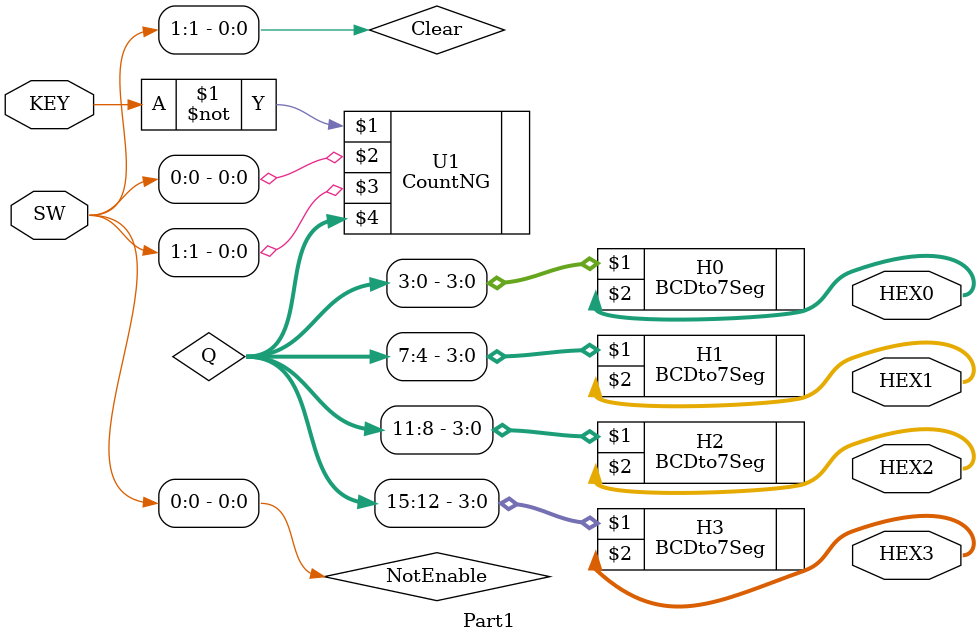
<source format=v>


module Part1( KEY, SW, HEX3, HEX2, HEX1, HEX0 );
  input  [0:0]KEY;  
  input  [1:0]SW;  
  output [0:6]HEX0, HEX1, HEX2, HEX3;  // 7-segment displays
  
  wire [15:0]Q;
  wire NotEnable, Clear;
  assign NotEnable = SW[0];  // give the switches meaningful names
  assign Clear     = SW[1];
  
  // use CountNG with N=16
  CountNG #(.N(16)) U1( ~KEY[0], NotEnable, Clear, Q );
  
  // wire up the 7-seg displays
  // Note: you will have to build your own 7-segment hex decoders (4 bits in,
  // seven segments out that display '0' through 'F').
  // 
  BCDto7Seg H3( Q[15:12], HEX3 );
  BCDto7Seg H2( Q[11:8],  HEX2 );
  BCDto7Seg H1( Q[7:4],   HEX1 );
  BCDto7Seg H0( Q[3:0],   HEX0 );

endmodule

</source>
